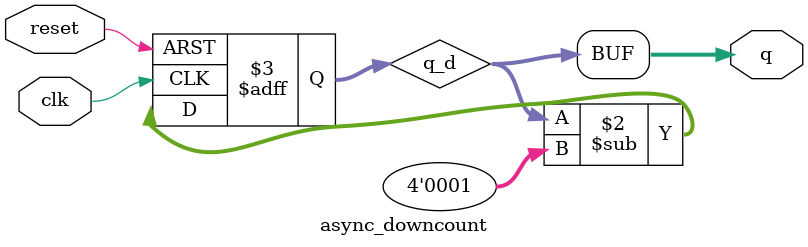
<source format=v>
`timescale 1ns / 1ps


module async_downcount (
    input clk,
    input reset,
    output [3:0] q
);
 reg [3:0]q_d;
   always @(negedge clk or posedge reset) begin
        if (reset)
           q_d <= 4'hf;
        else 
            q_d <= q_d-4'd1;
end 
assign q = q_d; 
endmodule

</source>
